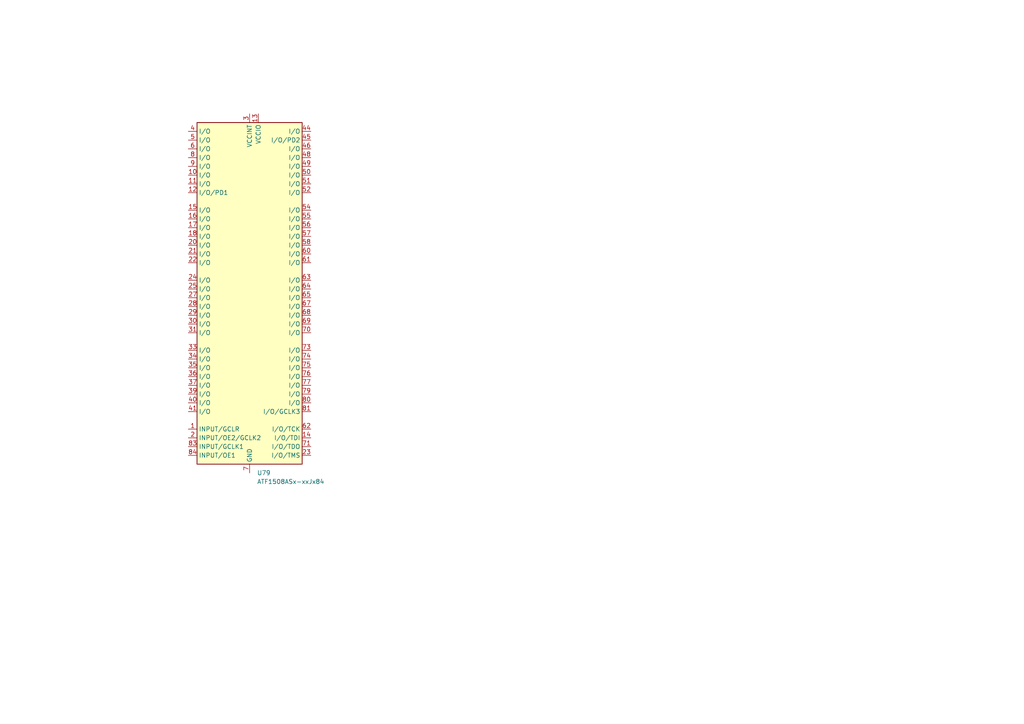
<source format=kicad_sch>
(kicad_sch (version 20250114) (generator "eeschema") (generator_version "9.0")
  (paper "A4")
  (lib_symbols
    (symbol "CPLD_Microchip:ATF1508ASx-xxJx84"
      (property "Reference" "U" (at -15.24 49.784 0))
      (property "Value" "ATF1508ASx-xxJx84" (at 24.384 49.784 0))
      (symbol "ATF1508ASx-xxJx84_0_1"
        (rectangle (start -15.24 48.26) (end 15.24 -50.8) (stroke (width 0.254)) (fill (type background)))
      )
      (symbol "ATF1508ASx-xxJx84_1_0"
        (pin input line (at -17.78 -45.72 0) (length 2.54) (name "INPUT/GCLK1") (number "83"))
        (pin input line (at -17.78 -48.26 0) (length 2.54) (name "INPUT/OE1") (number "84"))
        (pin passive line (at 0 -53.34 90) (length 2.54) (hide yes) (name "GND") (number "47"))
        (pin passive line (at 0 -53.34 90) (length 2.54) (hide yes) (name "GND") (number "59"))
        (pin passive line (at 0 -53.34 90) (length 2.54) (hide yes) (name "GND") (number "72"))
        (pin passive line (at 0 -53.34 90) (length 2.54) (hide yes) (name "GND") (number "82"))
        (pin power_in line (at 2.54 50.8 270) (length 2.54) (name "VCCIO") (number "13"))
        (pin passive line (at 2.54 50.8 270) (length 2.54) (hide yes) (name "VCCIO") (number "66"))
        (pin passive line (at 2.54 50.8 270) (length 2.54) (hide yes) (name "VCCIO") (number "78"))
        (pin bidirectional line (at 17.78 43.18 180) (length 2.54) (name "I/O/PD2") (number "45"))
        (pin bidirectional line (at 17.78 40.64 180) (length 2.54) (name "I/O") (number "46"))
        (pin bidirectional line (at 17.78 38.1 180) (length 2.54) (name "I/O") (number "48"))
        (pin bidirectional line (at 17.78 35.56 180) (length 2.54) (name "I/O") (number "49"))
        (pin bidirectional line (at 17.78 33.02 180) (length 2.54) (name "I/O") (number "50"))
        (pin bidirectional line (at 17.78 30.48 180) (length 2.54) (name "I/O") (number "51"))
        (pin bidirectional line (at 17.78 27.94 180) (length 2.54) (name "I/O") (number "52"))
        (pin bidirectional line (at 17.78 22.86 180) (length 2.54) (name "I/O") (number "54"))
        (pin bidirectional line (at 17.78 20.32 180) (length 2.54) (name "I/O") (number "55"))
        (pin bidirectional line (at 17.78 17.78 180) (length 2.54) (name "I/O") (number "56"))
        (pin bidirectional line (at 17.78 15.24 180) (length 2.54) (name "I/O") (number "57"))
        (pin bidirectional line (at 17.78 12.7 180) (length 2.54) (name "I/O") (number "58"))
        (pin bidirectional line (at 17.78 10.16 180) (length 2.54) (name "I/O") (number "60"))
        (pin bidirectional line (at 17.78 7.62 180) (length 2.54) (name "I/O") (number "61"))
        (pin bidirectional line (at 17.78 2.54 180) (length 2.54) (name "I/O") (number "63"))
        (pin bidirectional line (at 17.78 0 180) (length 2.54) (name "I/O") (number "64"))
        (pin bidirectional line (at 17.78 -2.54 180) (length 2.54) (name "I/O") (number "65"))
        (pin bidirectional line (at 17.78 -5.08 180) (length 2.54) (name "I/O") (number "67"))
        (pin bidirectional line (at 17.78 -7.62 180) (length 2.54) (name "I/O") (number "68"))
        (pin bidirectional line (at 17.78 -10.16 180) (length 2.54) (name "I/O") (number "69"))
        (pin bidirectional line (at 17.78 -12.7 180) (length 2.54) (name "I/O") (number "70"))
        (pin bidirectional line (at 17.78 -17.78 180) (length 2.54) (name "I/O") (number "73"))
        (pin bidirectional line (at 17.78 -20.32 180) (length 2.54) (name "I/O") (number "74"))
        (pin bidirectional line (at 17.78 -22.86 180) (length 2.54) (name "I/O") (number "75"))
        (pin bidirectional line (at 17.78 -25.4 180) (length 2.54) (name "I/O") (number "76"))
        (pin bidirectional line (at 17.78 -27.94 180) (length 2.54) (name "I/O") (number "77"))
        (pin bidirectional line (at 17.78 -30.48 180) (length 2.54) (name "I/O") (number "79"))
        (pin bidirectional line (at 17.78 -33.02 180) (length 2.54) (name "I/O") (number "80"))
        (pin bidirectional line (at 17.78 -35.56 180) (length 2.54) (name "I/O/GCLK3") (number "81"))
        (pin bidirectional line (at 17.78 -40.64 180) (length 2.54) (name "I/O/TCK") (number "62"))
        (pin bidirectional line (at 17.78 -45.72 180) (length 2.54) (name "I/O/TDO") (number "71"))
      )
      (symbol "ATF1508ASx-xxJx84_1_1"
        (pin bidirectional line (at -17.78 45.72 0) (length 2.54) (name "I/O") (number "4"))
        (pin bidirectional line (at -17.78 43.18 0) (length 2.54) (name "I/O") (number "5"))
        (pin bidirectional line (at -17.78 40.64 0) (length 2.54) (name "I/O") (number "6"))
        (pin bidirectional line (at -17.78 38.1 0) (length 2.54) (name "I/O") (number "8"))
        (pin bidirectional line (at -17.78 35.56 0) (length 2.54) (name "I/O") (number "9"))
        (pin bidirectional line (at -17.78 33.02 0) (length 2.54) (name "I/O") (number "10"))
        (pin bidirectional line (at -17.78 30.48 0) (length 2.54) (name "I/O") (number "11"))
        (pin bidirectional line (at -17.78 27.94 0) (length 2.54) (name "I/O/PD1") (number "12"))
        (pin bidirectional line (at -17.78 22.86 0) (length 2.54) (name "I/O") (number "15"))
        (pin bidirectional line (at -17.78 20.32 0) (length 2.54) (name "I/O") (number "16"))
        (pin bidirectional line (at -17.78 17.78 0) (length 2.54) (name "I/O") (number "17"))
        (pin bidirectional line (at -17.78 15.24 0) (length 2.54) (name "I/O") (number "18"))
        (pin bidirectional line (at -17.78 12.7 0) (length 2.54) (name "I/O") (number "20"))
        (pin bidirectional line (at -17.78 10.16 0) (length 2.54) (name "I/O") (number "21"))
        (pin bidirectional line (at -17.78 7.62 0) (length 2.54) (name "I/O") (number "22"))
        (pin bidirectional line (at -17.78 2.54 0) (length 2.54) (name "I/O") (number "24"))
        (pin bidirectional line (at -17.78 0 0) (length 2.54) (name "I/O") (number "25"))
        (pin bidirectional line (at -17.78 -2.54 0) (length 2.54) (name "I/O") (number "27"))
        (pin bidirectional line (at -17.78 -5.08 0) (length 2.54) (name "I/O") (number "28"))
        (pin bidirectional line (at -17.78 -7.62 0) (length 2.54) (name "I/O") (number "29"))
        (pin bidirectional line (at -17.78 -10.16 0) (length 2.54) (name "I/O") (number "30"))
        (pin bidirectional line (at -17.78 -12.7 0) (length 2.54) (name "I/O") (number "31"))
        (pin bidirectional line (at -17.78 -17.78 0) (length 2.54) (name "I/O") (number "33"))
        (pin bidirectional line (at -17.78 -20.32 0) (length 2.54) (name "I/O") (number "34"))
        (pin bidirectional line (at -17.78 -22.86 0) (length 2.54) (name "I/O") (number "35"))
        (pin bidirectional line (at -17.78 -25.4 0) (length 2.54) (name "I/O") (number "36"))
        (pin bidirectional line (at -17.78 -27.94 0) (length 2.54) (name "I/O") (number "37"))
        (pin bidirectional line (at -17.78 -30.48 0) (length 2.54) (name "I/O") (number "39"))
        (pin bidirectional line (at -17.78 -33.02 0) (length 2.54) (name "I/O") (number "40"))
        (pin bidirectional line (at -17.78 -35.56 0) (length 2.54) (name "I/O") (number "41"))
        (pin input line (at -17.78 -40.64 0) (length 2.54) (name "INPUT/GCLR") (number "1"))
        (pin input line (at -17.78 -43.18 0) (length 2.54) (name "INPUT/OE2/GCLK2") (number "2"))
        (pin power_in line (at 0 50.8 270) (length 2.54) (name "VCCINT") (number "3"))
        (pin passive line (at 0 50.8 270) (length 2.54) (hide yes) (name "VCCINT") (number "43"))
        (pin passive line (at 0 -53.34 90) (length 2.54) (hide yes) (name "GND") (number "19"))
        (pin passive line (at 0 -53.34 90) (length 2.54) (hide yes) (name "GND") (number "32"))
        (pin passive line (at 0 -53.34 90) (length 2.54) (hide yes) (name "GND") (number "42"))
        (pin power_in line (at 0 -53.34 90) (length 2.54) (name "GND") (number "7"))
        (pin passive line (at 2.54 50.8 270) (length 2.54) (hide yes) (name "VCCIO") (number "26"))
        (pin passive line (at 2.54 50.8 270) (length 2.54) (hide yes) (name "VCCIO") (number "38"))
        (pin passive line (at 2.54 50.8 270) (length 2.54) (hide yes) (name "VCCIO") (number "53"))
        (pin bidirectional line (at 17.78 45.72 180) (length 2.54) (name "I/O") (number "44"))
        (pin bidirectional line (at 17.78 -43.18 180) (length 2.54) (name "I/O/TDI") (number "14"))
        (pin bidirectional line (at 17.78 -48.26 180) (length 2.54) (name "I/O/TMS") (number "23"))
      )
    )
  )
  (symbol (lib_id "CPLD_Microchip:ATF1508ASx-xxJx84") (at 72.39 83.82 0) (unit 1)
    (property "Reference" "U79" (at 74.5333 137.16 0) (effects (justify left)))
    (property "Value" "ATF1508ASx-xxJx84" (at 74.5333 139.7 0) (effects (justify left)))
    (property "Footprint" "Package_LCC:PLCC-84_29.3x29.3mm_P1.27mm" (effects (hide yes)))
    (property "Datasheet" "https://ww1.microchip.com/downloads/en/DeviceDoc/doc0784.pdf" (effects (hide yes)))
    (property "Description" "Atmel/Microchip CPLD, 128 Macrocell, 5V supply, PLCC-84" (effects (hide yes)))
  )
)
</source>
